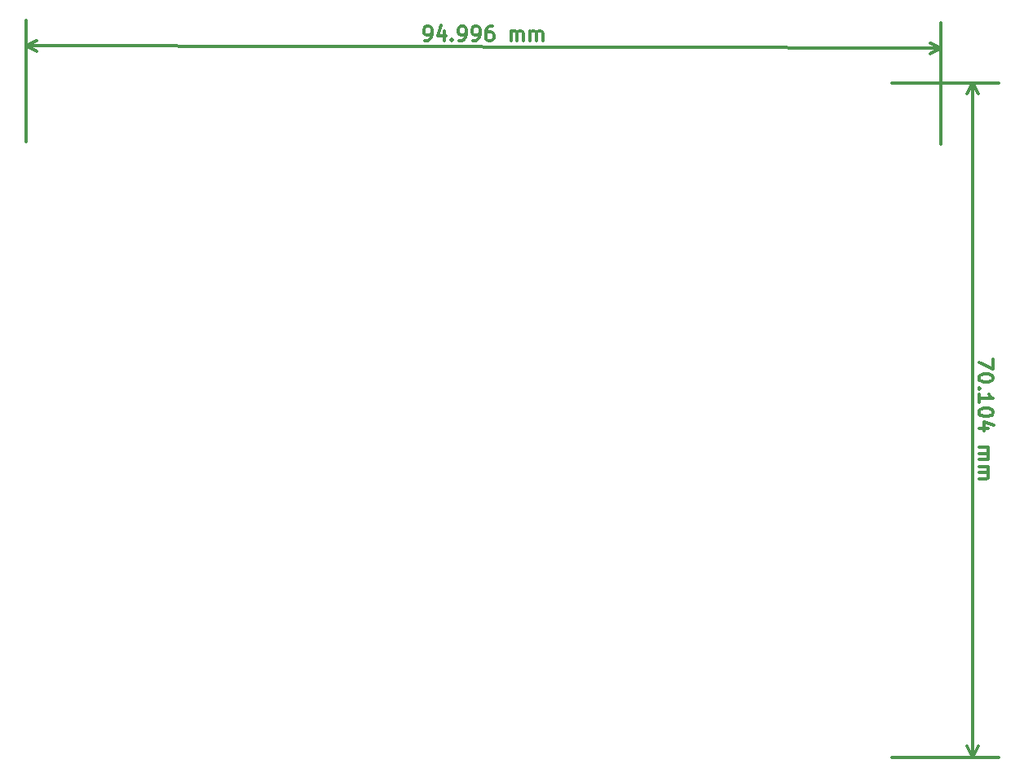
<source format=gbr>
G04 #@! TF.FileFunction,Drawing*
%FSLAX46Y46*%
G04 Gerber Fmt 4.6, Leading zero omitted, Abs format (unit mm)*
G04 Created by KiCad (PCBNEW 4.0.6) date 2017 August 07, Monday 14:19:28*
%MOMM*%
%LPD*%
G01*
G04 APERTURE LIST*
%ADD10C,0.100000*%
%ADD11C,0.300000*%
G04 APERTURE END LIST*
D10*
D11*
X150507429Y-116650287D02*
X150507429Y-117650287D01*
X149007429Y-117007430D01*
X150507429Y-118507429D02*
X150507429Y-118650286D01*
X150436000Y-118793143D01*
X150364571Y-118864572D01*
X150221714Y-118936001D01*
X149936000Y-119007429D01*
X149578857Y-119007429D01*
X149293143Y-118936001D01*
X149150286Y-118864572D01*
X149078857Y-118793143D01*
X149007429Y-118650286D01*
X149007429Y-118507429D01*
X149078857Y-118364572D01*
X149150286Y-118293143D01*
X149293143Y-118221715D01*
X149578857Y-118150286D01*
X149936000Y-118150286D01*
X150221714Y-118221715D01*
X150364571Y-118293143D01*
X150436000Y-118364572D01*
X150507429Y-118507429D01*
X149150286Y-119650286D02*
X149078857Y-119721714D01*
X149007429Y-119650286D01*
X149078857Y-119578857D01*
X149150286Y-119650286D01*
X149007429Y-119650286D01*
X149007429Y-121150286D02*
X149007429Y-120293143D01*
X149007429Y-120721715D02*
X150507429Y-120721715D01*
X150293143Y-120578858D01*
X150150286Y-120436000D01*
X150078857Y-120293143D01*
X150507429Y-122078857D02*
X150507429Y-122221714D01*
X150436000Y-122364571D01*
X150364571Y-122436000D01*
X150221714Y-122507429D01*
X149936000Y-122578857D01*
X149578857Y-122578857D01*
X149293143Y-122507429D01*
X149150286Y-122436000D01*
X149078857Y-122364571D01*
X149007429Y-122221714D01*
X149007429Y-122078857D01*
X149078857Y-121936000D01*
X149150286Y-121864571D01*
X149293143Y-121793143D01*
X149578857Y-121721714D01*
X149936000Y-121721714D01*
X150221714Y-121793143D01*
X150364571Y-121864571D01*
X150436000Y-121936000D01*
X150507429Y-122078857D01*
X150007429Y-123864571D02*
X149007429Y-123864571D01*
X150578857Y-123507428D02*
X149507429Y-123150285D01*
X149507429Y-124078857D01*
X149007429Y-125793142D02*
X150007429Y-125793142D01*
X149864571Y-125793142D02*
X149936000Y-125864570D01*
X150007429Y-126007428D01*
X150007429Y-126221713D01*
X149936000Y-126364570D01*
X149793143Y-126435999D01*
X149007429Y-126435999D01*
X149793143Y-126435999D02*
X149936000Y-126507428D01*
X150007429Y-126650285D01*
X150007429Y-126864570D01*
X149936000Y-127007428D01*
X149793143Y-127078856D01*
X149007429Y-127078856D01*
X149007429Y-127793142D02*
X150007429Y-127793142D01*
X149864571Y-127793142D02*
X149936000Y-127864570D01*
X150007429Y-128007428D01*
X150007429Y-128221713D01*
X149936000Y-128364570D01*
X149793143Y-128435999D01*
X149007429Y-128435999D01*
X149793143Y-128435999D02*
X149936000Y-128507428D01*
X150007429Y-128650285D01*
X150007429Y-128864570D01*
X149936000Y-129007428D01*
X149793143Y-129078856D01*
X149007429Y-129078856D01*
X148336000Y-87884000D02*
X148336000Y-157988000D01*
X139954000Y-87884000D02*
X151036000Y-87884000D01*
X139954000Y-157988000D02*
X151036000Y-157988000D01*
X148336000Y-157988000D02*
X147749579Y-156861496D01*
X148336000Y-157988000D02*
X148922421Y-156861496D01*
X148336000Y-87884000D02*
X147749579Y-89010504D01*
X148336000Y-87884000D02*
X148922421Y-89010504D01*
X91492878Y-83512053D02*
X91778592Y-83512817D01*
X91921640Y-83441771D01*
X91993259Y-83370533D01*
X92136689Y-83156631D01*
X92208881Y-82871108D01*
X92210409Y-82299682D01*
X92139363Y-82156635D01*
X92068125Y-82085015D01*
X91925459Y-82013204D01*
X91639747Y-82012440D01*
X91496698Y-82083487D01*
X91425079Y-82154725D01*
X91353269Y-82297390D01*
X91352314Y-82654532D01*
X91423360Y-82797579D01*
X91494597Y-82869198D01*
X91637264Y-82941009D01*
X91922977Y-82941773D01*
X92066024Y-82870726D01*
X92137644Y-82799489D01*
X92209454Y-82656824D01*
X93495545Y-82517404D02*
X93492871Y-83517400D01*
X93139931Y-81945023D02*
X92779925Y-83015492D01*
X93708493Y-83017975D01*
X94278964Y-83376645D02*
X94350201Y-83448265D01*
X94278582Y-83519501D01*
X94207345Y-83447883D01*
X94278964Y-83376645D01*
X94278582Y-83519501D01*
X95064294Y-83521602D02*
X95350008Y-83522366D01*
X95493055Y-83451320D01*
X95564674Y-83380083D01*
X95708104Y-83166180D01*
X95780296Y-82880657D01*
X95781824Y-82309231D01*
X95710778Y-82166184D01*
X95639540Y-82094564D01*
X95496875Y-82022753D01*
X95211162Y-82021989D01*
X95068113Y-82093036D01*
X94996495Y-82164274D01*
X94924684Y-82306939D01*
X94923729Y-82664081D01*
X94994776Y-82807129D01*
X95066012Y-82878747D01*
X95208679Y-82950558D01*
X95494392Y-82951322D01*
X95637439Y-82880275D01*
X95709059Y-82809039D01*
X95780869Y-82666373D01*
X96492859Y-83525422D02*
X96778573Y-83526186D01*
X96921621Y-83455140D01*
X96993240Y-83383902D01*
X97136670Y-83170000D01*
X97208862Y-82884477D01*
X97210390Y-82313051D01*
X97139344Y-82170004D01*
X97068106Y-82098384D01*
X96925441Y-82026573D01*
X96639728Y-82025809D01*
X96496679Y-82096856D01*
X96425060Y-82168094D01*
X96353250Y-82310759D01*
X96352295Y-82667901D01*
X96423342Y-82810948D01*
X96494578Y-82882567D01*
X96637245Y-82954378D01*
X96922958Y-82955142D01*
X97066005Y-82884095D01*
X97137625Y-82812858D01*
X97209435Y-82670193D01*
X98496863Y-82030775D02*
X98211150Y-82030011D01*
X98068103Y-82101058D01*
X97996483Y-82172295D01*
X97853053Y-82386198D01*
X97780861Y-82671721D01*
X97779333Y-83243147D01*
X97850380Y-83386194D01*
X97921616Y-83457814D01*
X98064283Y-83529623D01*
X98349996Y-83530387D01*
X98493043Y-83459342D01*
X98564663Y-83388104D01*
X98636473Y-83245438D01*
X98637428Y-82888297D01*
X98566382Y-82745249D01*
X98495144Y-82673630D01*
X98352479Y-82601820D01*
X98066766Y-82601056D01*
X97923717Y-82672103D01*
X97852098Y-82743339D01*
X97780288Y-82886005D01*
X100421416Y-83535926D02*
X100424090Y-82535930D01*
X100423708Y-82678787D02*
X100495327Y-82607549D01*
X100638375Y-82536502D01*
X100852660Y-82537075D01*
X100995325Y-82608886D01*
X101066372Y-82751934D01*
X101064271Y-83537645D01*
X101066372Y-82751934D02*
X101138183Y-82609268D01*
X101281230Y-82538221D01*
X101495514Y-82538794D01*
X101638181Y-82610605D01*
X101709227Y-82753652D01*
X101707126Y-83539364D01*
X102421409Y-83541274D02*
X102424083Y-82541277D01*
X102423701Y-82684135D02*
X102495320Y-82612897D01*
X102638368Y-82541850D01*
X102852653Y-82542423D01*
X102995318Y-82614234D01*
X103066365Y-82757281D01*
X103064264Y-83542992D01*
X103066365Y-82757281D02*
X103138176Y-82614616D01*
X103281223Y-82543569D01*
X103495507Y-82544142D01*
X103638174Y-82615953D01*
X103709220Y-82759000D01*
X103707119Y-83544711D01*
X145060490Y-84326713D02*
X50064490Y-84072713D01*
X145034000Y-94234000D02*
X145067709Y-81626723D01*
X50038000Y-93980000D02*
X50071709Y-81372723D01*
X50064490Y-84072713D02*
X51192558Y-83489306D01*
X50064490Y-84072713D02*
X51189422Y-84662144D01*
X145060490Y-84326713D02*
X143935558Y-83737282D01*
X145060490Y-84326713D02*
X143932422Y-84910120D01*
M02*

</source>
